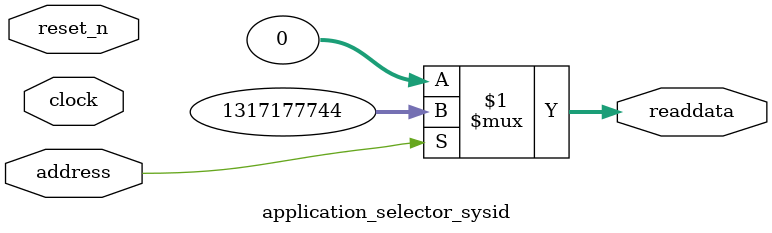
<source format=v>

`timescale 1ns / 1ps
// synthesis translate_on

// turn off superfluous verilog processor warnings 
// altera message_level Level1 
// altera message_off 10034 10035 10036 10037 10230 10240 10030 

module application_selector_sysid (
               // inputs:
                address,
                clock,
                reset_n,

               // outputs:
                readdata
             )
;

  output  [ 31: 0] readdata;
  input            address;
  input            clock;
  input            reset_n;

  wire    [ 31: 0] readdata;
  //control_slave, which is an e_avalon_slave
  assign readdata = address ? 1317177744 : 0;

endmodule




</source>
